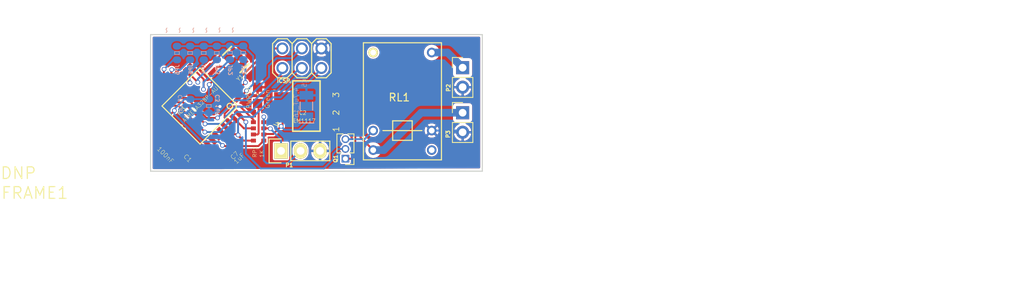
<source format=kicad_pcb>
(kicad_pcb (version 4) (host pcbnew 4.0.2+dfsg1-stable)
  (layers (0 Top signal) (31 Bottom signal) (34 B.Paste user) (35 F.Paste user) (36 B.SilkS user) (37 F.SilkS user) (38 B.Mask user) (39 F.Mask user) (44 Edge.Cuts user))
  (net 0 "")
  (net 1 COM)
  (net 2 +5V)
  (net 3 /AREF)
  (net 4 /RESET)
  (net 5 /TX)
  (net 6 /N$2)
  (net 7 /N$1)
  (net 8 /D11/MOSI)
  (net 9 /D12/MISO)
  (net 10 /D13/SCK)
  (net 11 /D0/RX)
  (net 12 /D1/TX)
  (net 13 /N$3)
  (net 14 "Net-(P1-Pad2)")
  (net 15 VIN)
  (net 16 /D3)
  (net 17 /D4)
  (net 18 /D5)
  (net 19 /D6)
  (net 20 /D7)
  (net 21 /D8)
  (net 22 /D9)
  (net 23 /D2)
  (net 24 "Net-(P2-Pad1)")
  (net 25 "Net-(Q1-Pad3)")
  (module 2X03 (layer Top) (at 146.60372 99.187)
    (fp_text reference J4 (at -2.2352 3.3528) (layer F.SilkS) (effects (font (size 0.5 0.5) (thickness 0.061772)) (justify left bottom)))
    (fp_text value ~ (at -3.81 4.445) (layer F.SilkS) (effects (font (size 0.57912 0.57912) (thickness 0.046329)) (justify left bottom)))
    (fp_line (start -3.81 1.905) (end -3.175 2.54) (layer F.SilkS) (width 0.1524))
    (fp_line (start -1.905 2.54) (end -1.27 1.905) (layer F.SilkS) (width 0.1524))
    (fp_line (start -1.27 1.905) (end -0.635 2.54) (layer F.SilkS) (width 0.1524))
    (fp_line (start 0.635 2.54) (end 1.27 1.905) (layer F.SilkS) (width 0.1524))
    (fp_line (start -3.81 1.905) (end -3.81 -1.905) (layer F.SilkS) (width 0.1524))
    (fp_line (start -3.81 -1.905) (end -3.175 -2.54) (layer F.SilkS) (width 0.1524))
    (fp_line (start -3.175 -2.54) (end -1.905 -2.54) (layer F.SilkS) (width 0.1524))
    (fp_line (start -1.905 -2.54) (end -1.27 -1.905) (layer F.SilkS) (width 0.1524))
    (fp_line (start -1.27 -1.905) (end -0.635 -2.54) (layer F.SilkS) (width 0.1524))
    (fp_line (start -0.635 -2.54) (end 0.635 -2.54) (layer F.SilkS) (width 0.1524))
    (fp_line (start 0.635 -2.54) (end 1.27 -1.905) (layer F.SilkS) (width 0.1524))
    (fp_line (start -1.27 -1.905) (end -1.27 1.905) (layer F.SilkS) (width 0.1524))
    (fp_line (start 1.27 -1.905) (end 1.27 1.905) (layer F.SilkS) (width 0.1524))
    (fp_line (start -0.635 2.54) (end 0.635 2.54) (layer F.SilkS) (width 0.1524))
    (fp_line (start -3.175 2.54) (end -1.905 2.54) (layer F.SilkS) (width 0.1524))
    (fp_line (start 1.27 1.905) (end 1.905 2.54) (layer F.SilkS) (width 0.1524))
    (fp_line (start 3.175 2.54) (end 3.81 1.905) (layer F.SilkS) (width 0.1524))
    (fp_line (start 1.27 -1.905) (end 1.905 -2.54) (layer F.SilkS) (width 0.1524))
    (fp_line (start 1.905 -2.54) (end 3.175 -2.54) (layer F.SilkS) (width 0.1524))
    (fp_line (start 3.175 -2.54) (end 3.81 -1.905) (layer F.SilkS) (width 0.1524))
    (fp_line (start 3.81 -1.905) (end 3.81 1.905) (layer F.SilkS) (width 0.1524))
    (fp_line (start 1.905 2.54) (end 3.175 2.54) (layer F.SilkS) (width 0.1524))
    (pad 1 thru_hole circle (at -2.54 1.27) (size 1.55 1.55) (drill 1.016) (layers *.Cu *.Mask) (net 9 /D12/MISO))
    (pad 2 thru_hole circle (at -2.54 -1.27) (size 1.55 1.55) (drill 1.016) (layers *.Cu *.Mask) (net 2 +5V))
    (pad 3 thru_hole circle (at 0 1.27) (size 1.55 1.55) (drill 1.016) (layers *.Cu *.Mask) (net 10 /D13/SCK))
    (pad 4 thru_hole circle (at 0 -1.27) (size 1.55 1.55) (drill 1.016) (layers *.Cu *.Mask) (net 8 /D11/MOSI))
    (pad 5 thru_hole circle (at 2.54 1.27) (size 1.55 1.55) (drill 1.016) (layers *.Cu *.Mask) (net 4 /RESET))
    (pad 6 thru_hole circle (at 2.54 -1.27) (size 1.55 1.55) (drill 1.016) (layers *.Cu *.Mask) (net 1 COM))
  )
  (module TQFP32-08 (layer Top) (at 133.35 105.41 225)
    (fp_text reference IC3 (at 2.816208 0.962683 225) (layer F.SilkS) (effects (font (size 0.5 0.5) (thickness 0.061772)) (justify left bottom)))
    (fp_text value ATMEGA328P-AU (at 2.981445 -0.150868 225) (layer F.SilkS) (effects (font (size 0.5 0.5) (thickness 0.046329)) (justify left bottom)))
    (fp_circle (center -2.7432 -2.7432) (end -2.384 -2.7432) (layer F.SilkS) (width 0.1524))
    (fp_line (start 3.505 -3.505) (end 3.505 3.505) (layer F.SilkS) (width 0.1524))
    (fp_line (start 3.505 3.505) (end -3.505 3.505) (layer F.SilkS) (width 0.1524))
    (fp_line (start -3.505 3.505) (end -3.505 -3.15) (layer F.SilkS) (width 0.1524))
    (fp_line (start -3.15 -3.505) (end 3.505 -3.505) (layer F.SilkS) (width 0.1524))
    (fp_line (start -3.15 -3.505) (end -3.505 -3.15) (layer F.SilkS) (width 0.1524))
    (pad 1 smd rect (at -4.2926 -2.8 225) (size 1.27 0.5588) (layers Top F.Paste F.Mask) (net 16 /D3))
    (pad 2 smd rect (at -4.2926 -2 225) (size 1.27 0.5588) (layers Top F.Paste F.Mask) (net 17 /D4))
    (pad 3 smd rect (at -4.2926 -1.2 225) (size 1.27 0.5588) (layers Top F.Paste F.Mask) (net 1 COM))
    (pad 4 smd rect (at -4.2926 -0.4 225) (size 1.27 0.5588) (layers Top F.Paste F.Mask) (net 2 +5V))
    (pad 5 smd rect (at -4.2926 0.4 225) (size 1.27 0.5588) (layers Top F.Paste F.Mask) (net 1 COM))
    (pad 6 smd rect (at -4.2926 1.2 225) (size 1.27 0.5588) (layers Top F.Paste F.Mask) (net 2 +5V))
    (pad 7 smd rect (at -4.2926 2 225) (size 1.27 0.5588) (layers Top F.Paste F.Mask) (net 6 /N$2))
    (pad 8 smd rect (at -4.2926 2.8 225) (size 1.27 0.5588) (layers Top F.Paste F.Mask) (net 7 /N$1))
    (pad 9 smd rect (at -2.8 4.2926 225) (size 0.5588 1.27) (layers Top F.Paste F.Mask) (net 18 /D5))
    (pad 10 smd rect (at -2 4.2926 225) (size 0.5588 1.27) (layers Top F.Paste F.Mask) (net 19 /D6))
    (pad 11 smd rect (at -1.2 4.2926 225) (size 0.5588 1.27) (layers Top F.Paste F.Mask) (net 20 /D7))
    (pad 12 smd rect (at -0.4 4.2926 225) (size 0.5588 1.27) (layers Top F.Paste F.Mask) (net 21 /D8))
    (pad 13 smd rect (at 0.4 4.2926 225) (size 0.5588 1.27) (layers Top F.Paste F.Mask) (net 22 /D9))
    (pad 14 smd rect (at 1.2 4.2926 225) (size 0.5588 1.27) (layers Top F.Paste F.Mask))
    (pad 15 smd rect (at 2 4.2926 225) (size 0.5588 1.27) (layers Top F.Paste F.Mask) (net 8 /D11/MOSI))
    (pad 16 smd rect (at 2.8 4.2926 225) (size 0.5588 1.27) (layers Top F.Paste F.Mask) (net 9 /D12/MISO))
    (pad 17 smd rect (at 4.2926 2.8 225) (size 1.27 0.5588) (layers Top F.Paste F.Mask) (net 10 /D13/SCK))
    (pad 18 smd rect (at 4.2926 2 225) (size 1.27 0.5588) (layers Top F.Paste F.Mask) (net 2 +5V))
    (pad 19 smd rect (at 4.2926 1.2 225) (size 1.27 0.5588) (layers Top F.Paste F.Mask))
    (pad 20 smd rect (at 4.2926 0.4 225) (size 1.27 0.5588) (layers Top F.Paste F.Mask) (net 3 /AREF))
    (pad 21 smd rect (at 4.2926 -0.4 225) (size 1.27 0.5588) (layers Top F.Paste F.Mask) (net 1 COM))
    (pad 22 smd rect (at 4.2926 -1.2 225) (size 1.27 0.5588) (layers Top F.Paste F.Mask))
    (pad 23 smd rect (at 4.2926 -2 225) (size 1.27 0.5588) (layers Top F.Paste F.Mask))
    (pad 24 smd rect (at 4.2926 -2.8 225) (size 1.27 0.5588) (layers Top F.Paste F.Mask))
    (pad 25 smd rect (at 2.8 -4.2926 225) (size 0.5588 1.27) (layers Top F.Paste F.Mask))
    (pad 26 smd rect (at 2 -4.2926 225) (size 0.5588 1.27) (layers Top F.Paste F.Mask))
    (pad 27 smd rect (at 1.2 -4.2926 225) (size 0.5588 1.27) (layers Top F.Paste F.Mask))
    (pad 28 smd rect (at 0.4 -4.2926 225) (size 0.5588 1.27) (layers Top F.Paste F.Mask))
    (pad 29 smd rect (at -0.4 -4.2926 225) (size 0.5588 1.27) (layers Top F.Paste F.Mask) (net 4 /RESET))
    (pad 30 smd rect (at -1.2 -4.2926 225) (size 0.5588 1.27) (layers Top F.Paste F.Mask) (net 11 /D0/RX))
    (pad 31 smd rect (at -2 -4.2926 225) (size 0.5588 1.27) (layers Top F.Paste F.Mask) (net 12 /D1/TX))
    (pad 32 smd rect (at -2.8 -4.2926 225) (size 0.5588 1.27) (layers Top F.Paste F.Mask) (net 23 /D2))
  )
  (module LINEAR_SOT223 (layer Top) (at 147.193 105.41 90)
    (fp_text reference IC2 (at -0.59436 0.0508 180) (layer F.SilkS) (effects (font (size 0.5 0.5) (thickness 0.061772)) (justify right top)))
    (fp_text value LM1117 (at -1.63068 1.22428 180) (layer F.SilkS) (effects (font (size 0.5 0.5) (thickness 0.061772)) (justify right top)))
    (fp_line (start 3.2766 -1.778) (end 3.2766 1.778) (layer F.SilkS) (width 0.2032))
    (fp_line (start 3.2766 1.778) (end -3.2766 1.778) (layer F.SilkS) (width 0.2032))
    (fp_line (start -3.2766 1.778) (end -3.2766 -1.778) (layer F.SilkS) (width 0.2032))
    (fp_line (start -3.2766 -1.778) (end 3.2766 -1.778) (layer F.SilkS) (width 0.2032))
    (fp_text user 3 (at 1.0208 4.318 90) (layer F.SilkS) (effects (font (size 0.77216 0.77216) (thickness 0.097536)) (justify left bottom)))
    (fp_text user 4 (at -2.77368 -3.35788 90) (layer F.SilkS) (effects (font (size 0.77216 0.77216) (thickness 0.097536)) (justify left bottom)))
    (fp_text user 1 (at -3.4526 4.318 90) (layer F.SilkS) (effects (font (size 0.77216 0.77216) (thickness 0.097536)) (justify left bottom)))
    (fp_text user 2 (at -1.2906 4.3274 90) (layer F.SilkS) (effects (font (size 0.77216 0.77216) (thickness 0.097536)) (justify left bottom)))
    (pad 1 smd rect (at -2.3114 3.0988 90) (size 1.2192 2.2352) (layers Top F.Paste F.Mask) (net 1 COM))
    (pad 2 smd rect (at 0 3.0988 90) (size 1.2192 2.2352) (layers Top F.Paste F.Mask) (net 2 +5V))
    (pad 3 smd rect (at 2.3114 3.0988 90) (size 1.2192 2.2352) (layers Top F.Paste F.Mask) (net 15 VIN))
    (pad 4 smd rect (at 0 -3.099 90) (size 3.6 2.2) (layers Top F.Paste F.Mask) (net 2 +5V))
  )
  (module Pin_Headers:Pin_Header_Straight_1x02_Pitch2.54mm (layer Top) (at 167.52824 100.41636)
    (fp_text reference P2 (at -1.84404 2.62636 90) (layer F.SilkS) (effects (font (size 0.5 0.5) (thickness 0.125))))
    (fp_text value OUT)
    (fp_line (start -1.33 3.87) (end 1.33 3.87) (layer F.SilkS) (width 0.12))
    (fp_line (start -1.33 1.27) (end -1.33 3.87) (layer F.SilkS) (width 0.12))
    (fp_line (start 1.33 1.27) (end 1.33 3.87) (layer F.SilkS) (width 0.12))
    (fp_line (start -1.33 1.27) (end 1.33 1.27) (layer F.SilkS) (width 0.12))
    (fp_line (start -1.33 0) (end -1.33 -1.33) (layer F.SilkS) (width 0.12))
    (fp_line (start -1.33 -1.33) (end 0 -1.33) (layer F.SilkS) (width 0.12))
    (pad 1 thru_hole rect (at 0 0) (size 1.7 1.7) (drill 1) (layers *.Cu *.Mask) (net 24 "Net-(P2-Pad1)"))
    (pad 2 thru_hole oval (at 0 2.54) (size 1.7 1.7) (drill 1) (layers *.Cu *.Mask) (net 1 COM))
  )
  (module C0603-ROUND (layer Top) (at 129.794 110.998 315)
    (fp_text reference C1 (at 2.830577 -0.85492 495) (layer F.SilkS) (effects (font (size 0.57912 0.57912) (thickness 0.046329)) (justify right top)))
    (fp_text value 100nF (at 1.257236 0.898026 315) (layer F.SilkS) (effects (font (size 0.57912 0.57912) (thickness 0.046329)) (justify right top)))
    (pad 1 smd oval (at -0.889 0 45) (size 1.1 0.8984) (layers Top F.Paste F.Mask) (net 3 /AREF))
    (pad 2 smd oval (at 0.889 0 45) (size 1.1 0.8984) (layers Top F.Paste F.Mask) (net 1 COM))
  )
  (module CAY16 (layer Top) (at 140.97 108.712 270)
    (fp_text reference RP1 (at 3.42392 0.19812 270) (layer F.SilkS) (effects (font (size 0.5 0.5) (thickness 0.046329)) (justify left bottom)))
    (fp_text value 1K (at 2.3876 -0.12192 270) (layer F.SilkS) (effects (font (size 0.5 0.5) (thickness 0.046329)) (justify right top)))
    (pad 1 smd rect (at -1.2 0.675 270) (size 0.5 0.65) (layers Top F.Paste F.Mask) (net 11 /D0/RX))
    (pad 2 smd rect (at -0.4 0.675 270) (size 0.5 0.65) (layers Top F.Paste F.Mask) (net 12 /D1/TX))
    (pad 3 smd rect (at 0.4 0.675 270) (size 0.5 0.65) (layers Top F.Paste F.Mask) (net 13 /N$3))
    (pad 4 smd rect (at 1.2 0.675 270) (size 0.5 0.65) (layers Top F.Paste F.Mask) (net 4 /RESET))
    (pad 5 smd rect (at 1.2 -0.675 270) (size 0.5 0.65) (layers Top F.Paste F.Mask) (net 2 +5V))
    (pad 6 smd rect (at 0.4 -0.675 270) (size 0.5 0.65) (layers Top F.Paste F.Mask) (net 2 +5V))
    (pad 7 smd rect (at -0.4 -0.675 270) (size 0.5 0.65) (layers Top F.Paste F.Mask) (net 5 /TX))
    (pad 8 smd rect (at -1.2 -0.675 270) (size 0.5 0.65) (layers Top F.Paste F.Mask) (net 14 "Net-(P1-Pad2)"))
  )
  (module RESONATOR (layer Top) (at 137.9982 99.35464 135)
    (fp_text reference Y1 (at -2.352827 -1.799643 225) (layer F.SilkS) (effects (font (size 0.5 0.5) (thickness 0.061772)) (justify left bottom)))
    (fp_text value 16MHz (at -2.270209 -0.811815 225) (layer F.SilkS) (effects (font (size 0.33782 0.33782) (thickness 0.027025)) (justify left bottom)))
    (fp_line (start -1.6 -0.8) (end -1.6 0.8) (layer F.SilkS) (width 0.22))
    (fp_line (start 1.6 -0.8) (end 1.6 0.8) (layer F.SilkS) (width 0.22))
    (pad 1 smd rect (at -1 0 225) (size 2 0.7) (layers Top F.Paste F.Mask) (net 6 /N$2))
    (pad 2 smd rect (at 0 0 225) (size 2 0.7) (layers Top F.Paste F.Mask) (net 1 COM))
    (pad 3 smd rect (at 1 0 225) (size 2 0.7) (layers Top F.Paste F.Mask) (net 7 /N$1))
  )
  (module TAN-A (layer Bottom) (at 147.193 106.807 90)
    (fp_text reference C5 (at 4.99364 0.08128 90) (layer B.SilkS) (effects (font (size 0.57912 0.57912) (thickness 0.046329)) (justify left bottom mirror)))
    (fp_text value 4,7uF_16V (at -0.6604 -1.651 90) (layer B.SilkS) (effects (font (size 0.57912 0.57912) (thickness 0.046329)) (justify right top mirror)))
    (fp_line (start 0.8636 0.8128) (end 1.9304 0.8128) (layer B.SilkS) (width 0.127))
    (fp_line (start 0.8636 -0.8128) (end 1.9304 -0.8128) (layer B.SilkS) (width 0.127))
    (fp_line (start -0.8128 0.9652) (end -0.8128 -0.9652) (layer B.SilkS) (width 0.127))
    (pad 1 smd rect (at 0 0 90) (size 1.1176 1.778) (layers Bottom B.Paste B.Mask) (net 2 +5V))
    (pad 2 smd rect (at 2.794 0 90) (size 1.1176 1.778) (layers Bottom B.Paste B.Mask) (net 1 COM))
  )
  (module CHIPLED_0805 (layer Top) (at 140.843 104.013)
    (fp_text reference PWR56 (at -1.46812 -1.1938 270) (layer F.SilkS) (effects (font (size 0.57912 0.57912) (thickness 0.046329)) (justify right top)))
    (fp_text value Green (at 1.61544 1.7526 90) (layer F.SilkS) (effects (font (size 0.57912 0.57912) (thickness 0.046329)) (justify left bottom)))
    (fp_poly (pts (xy -0.1 0) (xy 0.1 0) (xy 0.1 -0.2) (xy -0.1 -0.2)) (layer F.SilkS) (width 0))
    (pad A smd rect (at 0 1.05) (size 1.2 1.2) (layers Top F.Paste F.Mask) (net 13 /N$3))
    (pad C smd rect (at 0 -1.05) (size 1.2 1.2) (layers Top F.Paste F.Mask) (net 1 COM))
  )
  (module C0603-ROUND (layer Top) (at 136.906 111.252 225)
    (fp_text reference C7 (at 0.35921 -1.436841 405) (layer F.SilkS) (effects (font (size 0.57912 0.57912) (thickness 0.046329)) (justify left bottom)))
    (fp_text value 1uF (at 0.434644 -2.130117 405) (layer F.SilkS) (effects (font (size 0.57912 0.57912) (thickness 0.046329)) (justify left bottom)))
    (pad 1 smd oval (at -0.889 0 315) (size 1.1 0.8984) (layers Top F.Paste F.Mask) (net 2 +5V))
    (pad 2 smd oval (at 0.889 0 315) (size 1.1 0.8984) (layers Top F.Paste F.Mask) (net 1 COM))
  )
  (module C0603-ROUND (layer Bottom) (at 132.08 105.41 270)
    (fp_text reference C8 (at -1.524 1.016 270) (layer B.SilkS) (effects (font (size 0.5 0.5) (thickness 0.061772)) (justify left bottom mirror)))
    (fp_text value 1uF (at -0.254 1.016 450) (layer B.SilkS) (effects (font (size 0.5 0.5) (thickness 0.061772)) (justify left bottom mirror)))
    (pad 1 smd oval (at -0.889 0 180) (size 1.1 0.8984) (layers Bottom B.Paste B.Mask) (net 2 +5V))
    (pad 2 smd oval (at 0.889 0 180) (size 1.1 0.8984) (layers Bottom B.Paste B.Mask) (net 1 COM))
  )
  (module FRAME (layer Top) (at 108.8771 112.7506)
    (fp_text reference FRAME1 (at 2.9591 3.97764) (layer F.SilkS))
    (fp_text value DNP (at 0.8255 1.397) (layer F.SilkS))
  )
  (module Pin_Headers:Pin_Header_Straight_1x03 (layer Top) (at 143.891 111.252 90)
    (fp_text reference P1 (at -1.84912 1.07188 180) (layer F.SilkS) (effects (font (size 0.5 0.5) (thickness 0.125))))
    (fp_text value TTL)
    (fp_line (start -1.27 1.27) (end -1.27 6.35) (layer F.SilkS) (width 0.15))
    (fp_line (start -1.27 6.35) (end 1.27 6.35) (layer F.SilkS) (width 0.15))
    (fp_line (start 1.27 6.35) (end 1.27 1.27) (layer F.SilkS) (width 0.15))
    (fp_line (start 1.55 -1.55) (end 1.55 0) (layer F.SilkS) (width 0.15))
    (fp_line (start 1.27 1.27) (end -1.27 1.27) (layer F.SilkS) (width 0.15))
    (fp_line (start -1.55 0) (end -1.55 -1.55) (layer F.SilkS) (width 0.15))
    (fp_line (start -1.55 -1.55) (end 1.55 -1.55) (layer F.SilkS) (width 0.15))
    (pad 1 thru_hole rect (at 0 0 90) (size 2.032 1.7272) (drill 1.016) (layers *.Cu *.Mask F.SilkS) (net 5 /TX))
    (pad 2 thru_hole oval (at 0 2.54 90) (size 2.032 1.7272) (drill 1.016) (layers *.Cu *.Mask F.SilkS) (net 14 "Net-(P1-Pad2)"))
    (pad 3 thru_hole oval (at 0 5.08 90) (size 2.032 1.7272) (drill 1.016) (layers *.Cu *.Mask F.SilkS) (net 1 COM))
  )
  (module C0603-ROUND (layer Bottom) (at 135.5344 98.5012 90)
    (fp_text reference JP3 (at -2.12344 0.12192 90) (layer B.SilkS) (effects (font (size 0.5 0.5) (thickness 0.1016)) (justify mirror)))
    (fp_text value ~ (at 2.921 -1.397 90) (layer B.SilkS) (effects (font (size 1.27 1.27) (thickness 0.1016)) (justify mirror)))
    (fp_line (start -0.19812 -0.29972) (end 0.19812 -0.29972) (layer B.SilkS) (width 0.06604))
    (fp_line (start 0.19812 -0.29972) (end 0.19812 0.29972) (layer B.SilkS) (width 0.06604))
    (fp_line (start -0.19812 0.29972) (end 0.19812 0.29972) (layer B.SilkS) (width 0.06604))
    (fp_line (start -0.19812 -0.29972) (end -0.19812 0.29972) (layer B.SilkS) (width 0.06604))
    (pad 1 smd oval (at -0.889 0) (size 1.09982 0.89662) (layers Bottom B.Paste B.Mask) (net 19 /D6))
    (pad 2 smd oval (at 0.88646 0) (size 1.09982 0.89662) (layers Bottom B.Paste B.Mask) (net 16 /D3))
  )
  (module C0603-ROUND (layer Bottom) (at 133.8326 98.5012 90)
    (fp_text reference JP4 (at -2.06248 0.01524 90) (layer B.SilkS) (effects (font (size 0.5 0.5) (thickness 0.1016)) (justify mirror)))
    (fp_text value ~ (at 2.921 -1.397 90) (layer B.SilkS) (effects (font (size 1.27 1.27) (thickness 0.1016)) (justify mirror)))
    (fp_line (start -0.19812 -0.29972) (end 0.19812 -0.29972) (layer B.SilkS) (width 0.06604))
    (fp_line (start 0.19812 -0.29972) (end 0.19812 0.29972) (layer B.SilkS) (width 0.06604))
    (fp_line (start -0.19812 0.29972) (end 0.19812 0.29972) (layer B.SilkS) (width 0.06604))
    (fp_line (start -0.19812 -0.29972) (end -0.19812 0.29972) (layer B.SilkS) (width 0.06604))
    (pad 1 smd oval (at -0.889 0) (size 1.09982 0.89662) (layers Bottom B.Paste B.Mask) (net 20 /D7))
    (pad 2 smd oval (at 0.88646 0) (size 1.09982 0.89662) (layers Bottom B.Paste B.Mask) (net 16 /D3))
  )
  (module C0603-ROUND (layer Bottom) (at 132.0546 98.5012 90)
    (fp_text reference JP5 (at -2.12344 0.10668 90) (layer B.SilkS) (effects (font (size 0.5 0.5) (thickness 0.1016)) (justify mirror)))
    (fp_text value ~ (at 2.921 -1.397 90) (layer B.SilkS) (effects (font (size 1.27 1.27) (thickness 0.1016)) (justify mirror)))
    (fp_line (start -0.19812 -0.29972) (end 0.19812 -0.29972) (layer B.SilkS) (width 0.06604))
    (fp_line (start 0.19812 -0.29972) (end 0.19812 0.29972) (layer B.SilkS) (width 0.06604))
    (fp_line (start -0.19812 0.29972) (end 0.19812 0.29972) (layer B.SilkS) (width 0.06604))
    (fp_line (start -0.19812 -0.29972) (end -0.19812 0.29972) (layer B.SilkS) (width 0.06604))
    (pad 1 smd oval (at -0.889 0) (size 1.09982 0.89662) (layers Bottom B.Paste B.Mask) (net 21 /D8))
    (pad 2 smd oval (at 0.88646 0) (size 1.09982 0.89662) (layers Bottom B.Paste B.Mask) (net 16 /D3))
  )
  (module C0603-ROUND (layer Bottom) (at 130.34772 98.50628 90)
    (fp_text reference JP6 (at -2.17932 0.04572 90) (layer B.SilkS) (effects (font (size 0.5 0.5) (thickness 0.1016)) (justify mirror)))
    (fp_text value ~ (at 2.921 -1.397 90) (layer B.SilkS) (effects (font (size 1.27 1.27) (thickness 0.1016)) (justify mirror)))
    (fp_line (start -0.19812 -0.29972) (end 0.19812 -0.29972) (layer B.SilkS) (width 0.06604))
    (fp_line (start 0.19812 -0.29972) (end 0.19812 0.29972) (layer B.SilkS) (width 0.06604))
    (fp_line (start -0.19812 0.29972) (end 0.19812 0.29972) (layer B.SilkS) (width 0.06604))
    (fp_line (start -0.19812 -0.29972) (end -0.19812 0.29972) (layer B.SilkS) (width 0.06604))
    (pad 1 smd oval (at -0.889 0) (size 1.09982 0.89662) (layers Bottom B.Paste B.Mask) (net 22 /D9))
    (pad 2 smd oval (at 0.88646 0) (size 1.09982 0.89662) (layers Bottom B.Paste B.Mask) (net 16 /D3))
  )
  (module Pin_Headers:Pin_Header_Straight_1x02_Pitch2.54mm (layer Top) (at 167.52824 106.28376)
    (fp_text reference P3 (at -1.89992 2.794 90) (layer F.SilkS) (effects (font (size 0.5 0.5) (thickness 0.125))))
    (fp_text value INPUT)
    (fp_line (start -1.33 3.87) (end 1.33 3.87) (layer F.SilkS) (width 0.12))
    (fp_line (start -1.33 1.27) (end -1.33 3.87) (layer F.SilkS) (width 0.12))
    (fp_line (start 1.33 1.27) (end 1.33 3.87) (layer F.SilkS) (width 0.12))
    (fp_line (start -1.33 1.27) (end 1.33 1.27) (layer F.SilkS) (width 0.12))
    (fp_line (start -1.33 0) (end -1.33 -1.33) (layer F.SilkS) (width 0.12))
    (fp_line (start -1.33 -1.33) (end 0 -1.33) (layer F.SilkS) (width 0.12))
    (pad 1 thru_hole rect (at 0 0) (size 1.7 1.7) (drill 1) (layers *.Cu *.Mask) (net 15 VIN))
    (pad 2 thru_hole oval (at 0 2.54) (size 1.7 1.7) (drill 1) (layers *.Cu *.Mask) (net 1 COM))
  )
  (module Pin_Headers:Pin_Header_Straight_1x03_Pitch1.27mm (layer Top) (at 152.273 112.268 180)
    (fp_text reference Q1 (at 1.27 0 270) (layer F.SilkS) (effects (font (size 0.5 0.5) (thickness 0.125))))
    (fp_text value BC237)
    (fp_line (start -1.11 3.235) (end -0.30753 3.235) (layer F.SilkS) (width 0.12))
    (fp_line (start 0.30753 3.235) (end 1.11 3.235) (layer F.SilkS) (width 0.12))
    (fp_line (start -1.11 0.76) (end -1.11 3.235) (layer F.SilkS) (width 0.12))
    (fp_line (start 1.11 0.76) (end 1.11 3.235) (layer F.SilkS) (width 0.12))
    (fp_line (start -1.11 0.76) (end -0.563471 0.76) (layer F.SilkS) (width 0.12))
    (fp_line (start 0.563471 0.76) (end 1.11 0.76) (layer F.SilkS) (width 0.12))
    (fp_line (start -1.11 0) (end -1.11 -0.76) (layer F.SilkS) (width 0.12))
    (fp_line (start -1.11 -0.76) (end 0 -0.76) (layer F.SilkS) (width 0.12))
    (pad 1 thru_hole rect (at 0 0 180) (size 1 1) (drill 0.65) (layers *.Cu *.Mask) (net 2 +5V))
    (pad 2 thru_hole oval (at 0 1.27 180) (size 1 1) (drill 0.65) (layers *.Cu *.Mask) (net 23 /D2))
    (pad 3 thru_hole oval (at 0 2.54 180) (size 1 1) (drill 0.65) (layers *.Cu *.Mask) (net 25 "Net-(Q1-Pad3)"))
  )
  (module C0603-ROUND (layer Bottom) (at 134.493 105.41 270)
    (fp_text reference C3 (at -1.016 -1.143 270) (layer B.SilkS) (effects (font (size 0.5 0.5) (thickness 0.1016)) (justify mirror)))
    (fp_text value 1uF (at 0.508 -1.143 450) (layer B.SilkS) (effects (font (size 0.5 0.5) (thickness 0.1016)) (justify mirror)))
    (fp_line (start -0.19812 -0.29972) (end 0.19812 -0.29972) (layer B.SilkS) (width 0.06604))
    (fp_line (start 0.19812 -0.29972) (end 0.19812 0.29972) (layer B.SilkS) (width 0.06604))
    (fp_line (start -0.19812 0.29972) (end 0.19812 0.29972) (layer B.SilkS) (width 0.06604))
    (fp_line (start -0.19812 -0.29972) (end -0.19812 0.29972) (layer B.SilkS) (width 0.06604))
    (pad 1 smd oval (at -0.889 0 180) (size 1.09982 0.89662) (layers Bottom B.Paste B.Mask) (net 2 +5V))
    (pad 2 smd oval (at 0.88646 0 180) (size 1.09982 0.89662) (layers Bottom B.Paste B.Mask) (net 1 COM))
  )
  (module C0603-ROUND (layer Bottom) (at 138.96848 98.47072 90)
    (fp_text reference JP1 (at -2.19456 0.08128 90) (layer B.SilkS) (effects (font (size 0.5 0.5) (thickness 0.1016)) (justify mirror)))
    (fp_text value ~ (at 2.921 -1.397 90) (layer B.SilkS) (effects (font (size 1.27 1.27) (thickness 0.1016)) (justify mirror)))
    (fp_line (start -0.19812 -0.29972) (end 0.19812 -0.29972) (layer B.SilkS) (width 0.06604))
    (fp_line (start 0.19812 -0.29972) (end 0.19812 0.29972) (layer B.SilkS) (width 0.06604))
    (fp_line (start -0.19812 0.29972) (end 0.19812 0.29972) (layer B.SilkS) (width 0.06604))
    (fp_line (start -0.19812 -0.29972) (end -0.19812 0.29972) (layer B.SilkS) (width 0.06604))
    (pad 1 smd oval (at -0.889 0) (size 1.09982 0.89662) (layers Bottom B.Paste B.Mask) (net 17 /D4))
    (pad 2 smd oval (at 0.88646 0) (size 1.09982 0.89662) (layers Bottom B.Paste B.Mask) (net 16 /D3))
  )
  (module C0603-ROUND (layer Bottom) (at 137.24128 98.47072 90)
    (fp_text reference JP2 (at -2.27584 0.08128 90) (layer B.SilkS) (effects (font (size 0.5 0.5) (thickness 0.1016)) (justify mirror)))
    (fp_text value ~ (at 2.921 -1.397 90) (layer B.SilkS) (effects (font (size 1.27 1.27) (thickness 0.1016)) (justify mirror)))
    (fp_line (start -0.19812 -0.29972) (end 0.19812 -0.29972) (layer B.SilkS) (width 0.06604))
    (fp_line (start 0.19812 -0.29972) (end 0.19812 0.29972) (layer B.SilkS) (width 0.06604))
    (fp_line (start -0.19812 0.29972) (end 0.19812 0.29972) (layer B.SilkS) (width 0.06604))
    (fp_line (start -0.19812 -0.29972) (end -0.19812 0.29972) (layer B.SilkS) (width 0.06604))
    (pad 1 smd oval (at -0.889 0) (size 1.09982 0.89662) (layers Bottom B.Paste B.Mask) (net 18 /D5))
    (pad 2 smd oval (at 0.88646 0) (size 1.09982 0.89662) (layers Bottom B.Paste B.Mask) (net 16 /D3))
  )
  (module autoSwitch:Relay_HK4100F (layer Top) (at 163.50488 111.14532 90)
    (fp_text reference RL1 (at 6.85292 -4.22148 180) (layer F.SilkS))
    (fp_text value ~)
    (fp_line (start 1.27 -5.08) (end 3.81 -5.08) (layer F.SilkS) (width 0.15))
    (fp_line (start 3.81 -5.08) (end 3.81 -2.54) (layer F.SilkS) (width 0.15))
    (fp_line (start 3.81 -2.54) (end 1.27 -2.54) (layer F.SilkS) (width 0.15))
    (fp_line (start 1.27 -2.54) (end 1.27 -5.08) (layer F.SilkS) (width 0.15))
    (fp_line (start 2.54 -6.35) (end 2.54 -1.27) (layer F.SilkS) (width 0.15))
    (fp_line (start -1.27 -8.89) (end 13.97 -8.89) (layer F.SilkS) (width 0.15))
    (fp_line (start 13.97 -8.89) (end 13.97 1.27) (layer F.SilkS) (width 0.15))
    (fp_line (start 13.97 1.27) (end -1.27 1.27) (layer F.SilkS) (width 0.15))
    (fp_line (start -1.27 1.27) (end -1.27 -8.89) (layer F.SilkS) (width 0.15))
    (pad 11 thru_hole circle (at 12.7 0 90) (size 1.25 1.25) (drill 0.762) (layers *.Cu *.Mask) (net 24 "Net-(P2-Pad1)"))
    (pad A2 thru_hole circle (at 2.54 0 90) (size 1.25 1.25) (drill 0.762) (layers *.Cu *.Mask) (net 1 COM))
    (pad 12 thru_hole circle (at 0 -7.62 90) (size 1.25 1.25) (drill 0.762) (layers *.Cu *.Mask) (net 15 VIN))
    (pad 14 thru_hole circle (at 0 0 90) (size 1.25 1.25) (drill 0.762) (layers *.Cu *.Mask))
    (pad A1 thru_hole circle (at 2.54 -7.62 90) (size 1.25 1.25) (drill 0.762) (layers *.Cu *.Mask) (net 25 "Net-(Q1-Pad3)"))
    (pad 10 thru_hole circle (at 12.7 -7.62 90) (size 1.25 1.25) (drill 0.762) (layers *.Cu *.Mask F.SilkS))
  )
  (gr_line (start 126.9111 96.1136) (end 126.9111 113.8936) (layer Edge.Cuts) (width 0.15))
  (gr_line (start 126.9111 113.8936) (end 170.0911 113.8936) (layer Edge.Cuts) (width 0.15))
  (gr_line (start 170.0911 113.8936) (end 170.0911 96.1136) (layer Edge.Cuts) (width 0.15))
  (gr_line (start 170.0911 96.1136) (end 126.9111 96.1136) (layer Edge.Cuts) (width 0.15))
  (gr_text ICSP (at 143.27632 102.42804) (layer F.SilkS) (effects (font (size 0.5 0.5) (thickness 0.12192)) (justify left bottom)))
  (segment (start 149.14372 97.917) (end 149.46884 97.917) (width 0.25) (layer Bottom) (net 1))
  (segment (start 149.46884 97.917) (end 150.51532 98.96348) (width 0.25) (layer Bottom) (net 1))
  (segment (start 150.51532 101.95052) (end 148.45284 104.013) (width 0.25) (layer Bottom) (net 1))
  (segment (start 150.51532 98.96348) (end 150.51532 101.95052) (width 0.25) (layer Bottom) (net 1))
  (segment (start 137.9982 99.35464) (end 137.9982 99.31908) (width 0.25) (layer Top) (net 1))
  (segment (start 137.9982 99.31908) (end 138.80592 98.51136) (width 0.25) (layer Top) (net 1))
  (segment (start 138.80592 98.51136) (end 140.1064 98.51136) (width 0.25) (layer Top) (net 1))
  (segment (start 140.1064 98.51136) (end 141.91488 96.70288) (width 0.25) (layer Top) (net 1))
  (segment (start 141.91488 96.70288) (end 147.9296 96.70288) (width 0.25) (layer Top) (net 1))
  (segment (start 147.9296 96.70288) (end 149.14372 97.917) (width 0.25) (layer Top) (net 1))
  (segment (start 149.14372 97.917) (end 148.85924 97.917) (width 0.25) (layer Bottom) (net 1))
  (segment (start 130.422618 111.626618) (end 130.432778 111.626618) (width 0.25) (layer Top) (net 1))
  (segment (start 130.432778 111.626618) (end 131.12496 112.3188) (width 0.25) (layer Top) (net 1))
  (segment (start 131.12496 112.3188) (end 135.8392 112.3188) (width 0.25) (layer Top) (net 1))
  (segment (start 135.8392 112.3188) (end 136.277382 111.880618) (width 0.25) (layer Top) (net 1))
  (segment (start 132.08 106.299) (end 134.49046 106.299) (width 0.25) (layer Bottom) (net 1))
  (segment (start 134.49046 106.299) (end 134.493 106.29646) (width 0.25) (layer Bottom) (net 1))
  (segment (start 136.102484 102.091831) (end 136.102484 102.098716) (width 0.25) (layer Top) (net 1))
  (segment (start 136.102484 102.098716) (end 135.45312 102.74808) (width 0.25) (layer Top) (net 1))
  (segment (start 135.45312 102.74808) (end 135.45312 103.57104) (width 0.25) (layer Top) (net 1))
  (segment (start 135.45312 103.57104) (end 135.9408 104.05872) (width 0.25) (layer Top) (net 1))
  (segment (start 135.9408 104.05872) (end 135.9408 105.47604) (width 0.25) (layer Top) (net 1))
  (via (at 135.9408 105.47604) (size 0.6) (drill 0.4) (layers Top Bottom) (net 1))
  (segment (start 135.9408 105.47604) (end 135.12038 106.29646) (width 0.25) (layer Bottom) (net 1))
  (segment (start 135.12038 106.29646) (end 134.493 106.29646) (width 0.25) (layer Bottom) (net 1))
  (segment (start 163.50488 108.60532) (end 167.3098 108.60532) (width 0.25) (layer Bottom) (net 1))
  (segment (start 167.3098 108.60532) (end 167.52824 108.82376) (width 0.25) (layer Bottom) (net 1))
  (segment (start 150.2918 107.7214) (end 150.2918 108.42244) (width 0.25) (layer Top) (net 1))
  (segment (start 148.971 109.74324) (end 148.971 111.252) (width 0.25) (layer Top) (net 1))
  (segment (start 150.2918 108.42244) (end 148.971 109.74324) (width 0.25) (layer Top) (net 1))
  (segment (start 147.193 104.013) (end 148.45284 104.013) (width 0.25) (layer Bottom) (net 1))
  (segment (start 148.971 104.53116) (end 148.971 111.252) (width 0.25) (layer Bottom) (net 1))
  (segment (start 148.45284 104.013) (end 148.971 104.53116) (width 0.25) (layer Bottom) (net 1))
  (segment (start 130.00736 106.00436) (end 130.00736 106.4768) (width 0.25) (layer Bottom) (net 2))
  (segment (start 135.7884 110.05312) (end 136.26592 110.53064) (width 0.25) (layer Bottom) (net 2))
  (segment (start 133.58368 110.05312) (end 135.7884 110.05312) (width 0.25) (layer Bottom) (net 2))
  (segment (start 130.00736 106.4768) (end 133.58368 110.05312) (width 0.25) (layer Bottom) (net 2))
  (segment (start 136.668169 102.657516) (end 136.668169 102.640471) (width 0.25) (layer Top) (net 2))
  (segment (start 136.668169 102.640471) (end 137.38352 101.92512) (width 0.25) (layer Top) (net 2))
  (segment (start 137.38352 101.92512) (end 138.36396 101.92512) (width 0.25) (layer Top) (net 2))
  (segment (start 138.36396 101.92512) (end 142.37208 97.917) (width 0.25) (layer Top) (net 2))
  (segment (start 142.37208 97.917) (end 144.06372 97.917) (width 0.25) (layer Top) (net 2))
  (segment (start 136.358662 110.623382) (end 137.534618 110.623382) (width 0.25) (layer Top) (net 2))
  (via (at 136.26592 110.53064) (size 0.6) (drill 0.4) (layers Top Bottom) (net 2))
  (segment (start 136.26592 110.53064) (end 136.358662 110.623382) (width 0.25) (layer Top) (net 2))
  (segment (start 134.493 104.521) (end 134.493 102.66172) (width 0.25) (layer Bottom) (net 2))
  (segment (start 134.53872 102.616) (end 135.536798 101.617922) (width 0.25) (layer Top) (net 2))
  (via (at 134.53872 102.616) (size 0.6) (drill 0.4) (layers Top Bottom) (net 2))
  (segment (start 134.493 102.66172) (end 134.53872 102.616) (width 0.25) (layer Bottom) (net 2))
  (segment (start 135.536798 101.617922) (end 135.536798 101.526145) (width 0.25) (layer Top) (net 2))
  (segment (start 132.08 104.521) (end 134.493 104.521) (width 0.25) (layer Bottom) (net 2))
  (segment (start 132.08 104.521) (end 131.2926 104.521) (width 0.25) (layer Bottom) (net 2))
  (segment (start 130.00736 106.00436) (end 128.980607 107.031113) (width 0.25) (layer Top) (net 2))
  (via (at 130.00736 106.00436) (size 0.6) (drill 0.4) (layers Top Bottom) (net 2))
  (segment (start 130.00736 105.80624) (end 130.00736 106.00436) (width 0.25) (layer Bottom) (net 2))
  (segment (start 131.2926 104.521) (end 130.00736 105.80624) (width 0.25) (layer Bottom) (net 2))
  (segment (start 128.980607 107.031113) (end 128.90046 107.031113) (width 0.25) (layer Top) (net 2))
  (segment (start 150.2918 105.41) (end 151.11984 105.41) (width 0.25) (layer Top) (net 2))
  (segment (start 151.11984 105.41) (end 153.55824 107.8484) (width 0.25) (layer Top) (net 2))
  (segment (start 153.1366 112.268) (end 152.273 112.268) (width 0.25) (layer Top) (net 2))
  (segment (start 153.55824 111.84636) (end 153.1366 112.268) (width 0.25) (layer Top) (net 2))
  (segment (start 153.55824 107.8484) (end 153.55824 111.84636) (width 0.25) (layer Top) (net 2))
  (segment (start 147.193 106.807) (end 147.193 107.51312) (width 0.25) (layer Bottom) (net 2))
  (segment (start 143.90116 108.0516) (end 143.88592 108.0516) (width 0.25) (layer Top) (net 2))
  (segment (start 143.90624 108.04652) (end 143.90116 108.0516) (width 0.25) (layer Top) (net 2))
  (via (at 143.90624 108.04652) (size 0.6) (drill 0.4) (layers Top Bottom) (net 2))
  (segment (start 144.35328 108.49356) (end 143.90624 108.04652) (width 0.25) (layer Bottom) (net 2))
  (segment (start 146.21256 108.49356) (end 144.35328 108.49356) (width 0.25) (layer Bottom) (net 2))
  (segment (start 147.193 107.51312) (end 146.21256 108.49356) (width 0.25) (layer Bottom) (net 2))
  (segment (start 150.2918 105.41) (end 144.094 105.41) (width 0.25) (layer Top) (net 2))
  (segment (start 137.534618 110.623382) (end 140.933618 110.623382) (width 0.25) (layer Top) (net 2))
  (segment (start 140.933618 110.623382) (end 141.645 109.912) (width 0.25) (layer Top) (net 2))
  (segment (start 141.645 109.912) (end 141.645 109.112) (width 0.25) (layer Top) (net 2))
  (segment (start 141.645 109.112) (end 141.70464 109.05236) (width 0.25) (layer Top) (net 2))
  (segment (start 141.70464 109.05236) (end 142.88516 109.05236) (width 0.25) (layer Top) (net 2))
  (segment (start 142.88516 109.05236) (end 143.88592 108.0516) (width 0.25) (layer Top) (net 2))
  (segment (start 143.88592 108.0516) (end 144.094 107.84352) (width 0.25) (layer Top) (net 2))
  (segment (start 144.094 107.84352) (end 144.094 105.41) (width 0.25) (layer Top) (net 2))
  (segment (start 130.031831 108.162484) (end 130.003156 108.162484) (width 0.25) (layer Top) (net 3))
  (segment (start 130.003156 108.162484) (end 129.165382 109.000258) (width 0.25) (layer Top) (net 3))
  (segment (start 129.165382 109.000258) (end 129.165382 110.369382) (width 0.25) (layer Top) (net 3))
  (segment (start 138.66876 106.81716) (end 140.27404 106.81716) (width 0.25) (layer Bottom) (net 4))
  (segment (start 140.27404 106.81716) (end 140.451418 106.639782) (width 0.25) (layer Bottom) (net 4))
  (segment (start 149.14372 100.457) (end 149.14372 100.56876) (width 0.25) (layer Bottom) (net 4))
  (segment (start 149.14372 100.56876) (end 147.46224 102.25024) (width 0.25) (layer Bottom) (net 4))
  (segment (start 142.80896 104.28224) (end 140.451418 106.639782) (width 0.25) (layer Bottom) (net 4))
  (segment (start 143.84528 104.28224) (end 142.80896 104.28224) (width 0.25) (layer Bottom) (net 4))
  (segment (start 145.87728 102.25024) (end 143.84528 104.28224) (width 0.25) (layer Bottom) (net 4))
  (segment (start 147.46224 102.25024) (end 145.87728 102.25024) (width 0.25) (layer Bottom) (net 4))
  (segment (start 138.66876 106.81716) (end 138.29792 107.188) (width 0.25) (layer Bottom) (net 4))
  (segment (start 138.29792 107.188) (end 138.29792 109.17936) (width 0.25) (layer Bottom) (net 4))
  (via (at 138.29792 109.17936) (size 0.6) (drill 0.4) (layers Top Bottom) (net 4))
  (segment (start 138.29792 109.17936) (end 138.2776 109.19968) (width 0.25) (layer Top) (net 4))
  (segment (start 138.2776 109.19968) (end 138.29792 109.22) (width 0.25) (layer Top) (net 4))
  (segment (start 138.50112 109.41304) (end 138.49604 109.41812) (width 0.25) (layer Top) (net 4))
  (segment (start 138.49604 109.41812) (end 138.50112 109.41304) (width 0.25) (layer Top) (net 4))
  (segment (start 138.50112 109.41304) (end 138.50112 109.4232) (width 0.25) (layer Top) (net 4))
  (segment (start 140.295 109.912) (end 138.98992 109.912) (width 0.25) (layer Top) (net 4))
  (segment (start 137.583445 109.07776) (end 136.668169 108.162484) (width 0.25) (layer Top) (net 4))
  (segment (start 138.15568 109.07776) (end 137.583445 109.07776) (width 0.25) (layer Top) (net 4))
  (segment (start 138.98992 109.912) (end 138.50112 109.4232) (width 0.25) (layer Top) (net 4))
  (segment (start 138.50112 109.4232) (end 138.29792 109.22) (width 0.25) (layer Top) (net 4))
  (segment (start 138.29792 109.22) (end 138.15568 109.07776) (width 0.25) (layer Top) (net 4))
  (segment (start 143.891 111.252) (end 143.891 109.7534) (width 0.25) (layer Bottom) (net 5))
  (segment (start 142.4496 108.312) (end 141.645 108.312) (width 0.25) (layer Top) (net 5))
  (segment (start 142.50416 108.36656) (end 142.4496 108.312) (width 0.25) (layer Top) (net 5))
  (via (at 142.50416 108.36656) (size 0.6) (drill 0.4) (layers Top Bottom) (net 5))
  (segment (start 143.891 109.7534) (end 142.50416 108.36656) (width 0.25) (layer Bottom) (net 5))
  (segment (start 138.705307 100.061747) (end 138.705307 100.141053) (width 0.25) (layer Top) (net 6))
  (segment (start 138.705307 100.141053) (end 137.7442 101.10216) (width 0.25) (layer Top) (net 6))
  (segment (start 137.7442 101.10216) (end 137.2362 101.10216) (width 0.25) (layer Top) (net 6))
  (segment (start 137.2362 101.10216) (end 136.41324 100.2792) (width 0.25) (layer Top) (net 6))
  (segment (start 136.41324 100.2792) (end 135.652373 100.2792) (width 0.25) (layer Top) (net 6))
  (segment (start 135.652373 100.2792) (end 134.971113 100.96046) (width 0.25) (layer Top) (net 6))
  (segment (start 137.291093 98.647533) (end 136.152669 98.647533) (width 0.25) (layer Top) (net 7))
  (segment (start 136.152669 98.647533) (end 134.405428 100.394774) (width 0.25) (layer Top) (net 7))
  (segment (start 129.5527 104.34574) (end 130.76174 104.34574) (width 0.25) (layer Top) (net 8))
  (segment (start 130.76174 104.34574) (end 130.77444 104.35844) (width 0.25) (layer Top) (net 8))
  (segment (start 130.77444 104.35844) (end 131.5466 104.35844) (width 0.25) (layer Top) (net 8))
  (segment (start 143.31696 99.18192) (end 145.26768 99.18192) (width 0.25) (layer Bottom) (net 8))
  (segment (start 143.256 99.24288) (end 143.31696 99.18192) (width 0.25) (layer Bottom) (net 8))
  (segment (start 142.32636 101.00564) (end 142.32636 101.60508) (width 0.25) (layer Bottom) (net 8))
  (segment (start 140.22324 103.92156) (end 139.48156 104.66324) (width 0.25) (layer Bottom) (net 8))
  (segment (start 140.22324 103.7082) (end 140.22324 103.92156) (width 0.25) (layer Bottom) (net 8))
  (segment (start 142.32636 101.60508) (end 140.22324 103.7082) (width 0.25) (layer Bottom) (net 8))
  (segment (start 146.5326 97.917) (end 145.26768 99.18192) (width 0.25) (layer Bottom) (net 8))
  (segment (start 143.256 99.27336) (end 143.22044 99.27336) (width 0.25) (layer Bottom) (net 8))
  (segment (start 143.22044 99.27336) (end 142.32636 100.16744) (width 0.25) (layer Bottom) (net 8))
  (segment (start 142.32636 100.16744) (end 142.32636 101.00564) (width 0.25) (layer Bottom) (net 8))
  (segment (start 139.48156 104.66324) (end 137.91184 104.66324) (width 0.25) (layer Bottom) (net 8))
  (segment (start 137.91184 104.66324) (end 135.62076 106.95432) (width 0.25) (layer Bottom) (net 8))
  (via (at 135.62076 106.95432) (size 0.6) (drill 0.4) (layers Top Bottom) (net 8))
  (segment (start 143.256 99.27336) (end 143.256 99.24288) (width 0.25) (layer Bottom) (net 8))
  (segment (start 131.89712 104.66832) (end 134.18312 106.95432) (width 0.25) (layer Top) (net 8))
  (segment (start 134.18312 106.95432) (end 135.62076 106.95432) (width 0.25) (layer Top) (net 8))
  (segment (start 131.5466 104.35844) (end 131.89712 104.70896) (width 0.25) (layer Top) (net 8))
  (segment (start 131.89712 104.70896) (end 131.89712 104.66832) (width 0.25) (layer Top) (net 8))
  (segment (start 128.90046 103.788887) (end 128.995847 103.788887) (width 0.25) (layer Top) (net 8))
  (segment (start 128.995847 103.788887) (end 129.5527 104.34574) (width 0.25) (layer Top) (net 8))
  (segment (start 146.60372 97.917) (end 146.5326 97.917) (width 0.25) (layer Bottom) (net 8))
  (segment (start 129.427603 105.023283) (end 129.041523 105.023283) (width 0.25) (layer Top) (net 9))
  (segment (start 129.041523 105.023283) (end 128.9558 104.93756) (width 0.25) (layer Top) (net 9))
  (segment (start 131.04876 104.921683) (end 131.154803 104.921683) (width 0.25) (layer Top) (net 9))
  (segment (start 131.5974 105.36428) (end 131.5974 105.3338) (width 0.25) (layer Top) (net 9))
  (segment (start 131.154803 104.921683) (end 131.5974 105.36428) (width 0.25) (layer Top) (net 9))
  (segment (start 129.529203 104.921683) (end 131.04876 104.921683) (width 0.25) (layer Top) (net 9))
  (segment (start 128.917762 104.93756) (end 128.9558 104.93756) (width 0.25) (layer Top) (net 9))
  (segment (start 128.917762 104.93756) (end 128.334774 104.354572) (width 0.25) (layer Top) (net 9))
  (segment (start 129.427603 105.023283) (end 129.529203 104.921683) (width 0.25) (layer Top) (net 9))
  (segment (start 139.22756 105.50144) (end 139.60856 105.50144) (width 0.25) (layer Bottom) (net 9))
  (segment (start 141.29512 103.84536) (end 144.06372 101.07676) (width 0.25) (layer Bottom) (net 9))
  (segment (start 141.26464 103.84536) (end 141.29512 103.84536) (width 0.25) (layer Bottom) (net 9))
  (segment (start 139.60856 105.50144) (end 141.26464 103.84536) (width 0.25) (layer Bottom) (net 9))
  (segment (start 139.22756 105.50144) (end 137.9728 105.50144) (width 0.25) (layer Bottom) (net 9))
  (segment (start 136.652 107.188) (end 136.10336 107.73664) (width 0.25) (layer Bottom) (net 9))
  (segment (start 136.652 106.82224) (end 136.652 107.188) (width 0.25) (layer Bottom) (net 9))
  (segment (start 137.9728 105.50144) (end 136.652 106.82224) (width 0.25) (layer Bottom) (net 9))
  (segment (start 134.00024 107.73664) (end 131.5974 105.3338) (width 0.25) (layer Top) (net 9))
  (via (at 134.00024 107.73664) (size 0.6) (drill 0.4) (layers Top Bottom) (net 9))
  (segment (start 136.10336 107.73664) (end 134.00024 107.73664) (width 0.25) (layer Bottom) (net 9))
  (segment (start 144.06372 101.07676) (end 144.06372 100.457) (width 0.25) (layer Bottom) (net 9))
  (segment (start 129.715322 105.371962) (end 130.568762 105.371962) (width 0.25) (layer Top) (net 10))
  (segment (start 130.62204 105.42524) (end 130.62204 105.44556) (width 0.25) (layer Top) (net 10))
  (segment (start 130.568762 105.371962) (end 130.62204 105.42524) (width 0.25) (layer Top) (net 10))
  (segment (start 129.0066 105.793602) (end 129.293682 105.793602) (width 0.25) (layer Top) (net 10))
  (segment (start 129.293682 105.793602) (end 129.715322 105.371962) (width 0.25) (layer Top) (net 10))
  (segment (start 138.35126 106.18978) (end 138.12266 106.18978) (width 0.25) (layer Bottom) (net 10))
  (segment (start 137.55624 107.07116) (end 137.54608 107.08132) (width 0.25) (layer Bottom) (net 10))
  (segment (start 137.55624 106.7562) (end 137.55624 107.07116) (width 0.25) (layer Bottom) (net 10))
  (segment (start 138.12266 106.18978) (end 137.55624 106.7562) (width 0.25) (layer Bottom) (net 10))
  (segment (start 142.69212 103.46436) (end 143.3322 103.46436) (width 0.25) (layer Bottom) (net 10))
  (segment (start 143.3322 103.46436) (end 146.33956 100.457) (width 0.25) (layer Bottom) (net 10))
  (segment (start 139.51966 106.18978) (end 139.93114 106.18978) (width 0.25) (layer Bottom) (net 10))
  (segment (start 142.65656 103.46436) (end 142.69212 103.46436) (width 0.25) (layer Bottom) (net 10))
  (segment (start 139.93114 106.18978) (end 142.65656 103.46436) (width 0.25) (layer Bottom) (net 10))
  (segment (start 139.51966 106.18978) (end 138.35126 106.18978) (width 0.25) (layer Bottom) (net 10))
  (segment (start 137.54608 107.08132) (end 135.82904 108.79836) (width 0.25) (layer Bottom) (net 10))
  (segment (start 135.82904 108.79836) (end 133.97484 108.79836) (width 0.25) (layer Bottom) (net 10))
  (via (at 133.97484 108.79836) (size 0.6) (drill 0.4) (layers Top Bottom) (net 10))
  (segment (start 133.97484 108.79836) (end 130.62204 105.44556) (width 0.25) (layer Top) (net 10))
  (segment (start 146.33956 100.457) (end 146.60372 100.457) (width 0.25) (layer Bottom) (net 10))
  (segment (start 129.0066 105.793602) (end 128.334774 106.465428) (width 0.25) (layer Top) (net 10))
  (segment (start 146.60372 100.457) (end 146.39544 100.457) (width 0.25) (layer Bottom) (net 10))
  (segment (start 140.295 107.512) (end 140.295 107.19372) (width 0.25) (layer Top) (net 11))
  (segment (start 136.5504 106.913343) (end 137.233855 107.596798) (width 0.25) (layer Top) (net 11))
  (segment (start 136.5504 106.41584) (end 136.5504 106.913343) (width 0.25) (layer Top) (net 11))
  (segment (start 137.50544 105.4608) (end 136.5504 106.41584) (width 0.25) (layer Top) (net 11))
  (segment (start 138.56208 105.4608) (end 137.50544 105.4608) (width 0.25) (layer Top) (net 11))
  (segment (start 140.295 107.19372) (end 138.56208 105.4608) (width 0.25) (layer Top) (net 11))
  (segment (start 137.79954 107.031113) (end 137.79954 107.05538) (width 0.25) (layer Top) (net 12))
  (segment (start 137.79954 107.05538) (end 139.05616 108.312) (width 0.25) (layer Top) (net 12))
  (segment (start 139.05616 108.312) (end 140.295 108.312) (width 0.25) (layer Top) (net 12))
  (segment (start 140.295 109.112) (end 140.83924 109.112) (width 0.25) (layer Top) (net 13))
  (segment (start 140.97 108.98124) (end 140.97 105.19) (width 0.25) (layer Top) (net 13))
  (segment (start 140.83924 109.112) (end 140.97 108.98124) (width 0.25) (layer Top) (net 13))
  (segment (start 140.97 105.19) (end 140.843 105.063) (width 0.25) (layer Top) (net 13))
  (segment (start 146.431 111.252) (end 146.36496 111.252) (width 0.25) (layer Bottom) (net 14))
  (segment (start 146.36496 111.252) (end 144.75968 112.85728) (width 0.25) (layer Bottom) (net 14))
  (segment (start 144.75968 112.85728) (end 141.99616 112.85728) (width 0.25) (layer Bottom) (net 14))
  (segment (start 141.99616 112.85728) (end 141.65072 112.51184) (width 0.25) (layer Bottom) (net 14))
  (segment (start 141.65072 112.51184) (end 141.65072 106.82224) (width 0.25) (layer Bottom) (net 14))
  (via (at 141.65072 106.82224) (size 0.6) (drill 0.4) (layers Top Bottom) (net 14))
  (segment (start 141.65072 106.82224) (end 141.645 106.82796) (width 0.25) (layer Top) (net 14))
  (segment (start 141.645 106.82796) (end 141.645 107.512) (width 0.25) (layer Top) (net 14))
  (segment (start 155.88488 111.14532) (end 157.2768 111.14532) (width 1) (layer Bottom) (net 15))
  (segment (start 162.13836 106.28376) (end 167.52824 106.28376) (width 1) (layer Bottom) (net 15))
  (segment (start 157.2768 111.14532) (end 162.13836 106.28376) (width 1) (layer Bottom) (net 15))
  (segment (start 150.2918 103.0986) (end 152.13076 103.0986) (width 0.25) (layer Top) (net 15))
  (segment (start 154.2288 109.48924) (end 155.88488 111.14532) (width 0.25) (layer Top) (net 15))
  (segment (start 154.2288 105.19664) (end 154.2288 109.48924) (width 0.25) (layer Top) (net 15))
  (segment (start 152.13076 103.0986) (end 154.2288 105.19664) (width 0.25) (layer Top) (net 15))
  (segment (start 138.96848 97.58426) (end 138.96848 97.61728) (width 0.25) (layer Bottom) (net 16))
  (segment (start 138.96848 97.61728) (end 140.2588 98.9076) (width 0.25) (layer Bottom) (net 16))
  (segment (start 139.3952 103.43388) (end 138.474508 104.354572) (width 0.25) (layer Top) (net 16))
  (via (at 139.3952 103.43388) (size 0.6) (drill 0.4) (layers Top Bottom) (net 16))
  (segment (start 140.2588 102.57028) (end 139.3952 103.43388) (width 0.25) (layer Bottom) (net 16))
  (segment (start 140.2588 98.9076) (end 140.2588 102.57028) (width 0.25) (layer Bottom) (net 16))
  (segment (start 138.474508 104.354572) (end 138.365226 104.354572) (width 0.25) (layer Top) (net 16))
  (segment (start 138.492172 104.354572) (end 138.365226 104.354572) (width 0.25) (layer Top) (net 16))
  (segment (start 130.34772 97.61982) (end 132.04952 97.61982) (width 0.25) (layer Bottom) (net 16))
  (segment (start 132.04952 97.61982) (end 132.0546 97.61474) (width 0.25) (layer Bottom) (net 16))
  (segment (start 132.0546 97.61474) (end 135.5344 97.61474) (width 0.25) (layer Bottom) (net 16))
  (segment (start 135.5344 97.61474) (end 135.56488 97.58426) (width 0.25) (layer Bottom) (net 16))
  (segment (start 135.56488 97.58426) (end 137.24128 97.58426) (width 0.25) (layer Bottom) (net 16))
  (segment (start 137.24128 97.58426) (end 138.96848 97.58426) (width 0.25) (layer Bottom) (net 16))
  (segment (start 138.96848 99.35972) (end 138.96848 99.43084) (width 0.25) (layer Bottom) (net 17))
  (segment (start 138.96848 99.43084) (end 139.25296 99.71532) (width 0.25) (layer Bottom) (net 17))
  (segment (start 139.25296 99.71532) (end 139.25296 102.34676) (width 0.25) (layer Bottom) (net 17))
  (via (at 139.25296 102.34676) (size 0.6) (drill 0.4) (layers Top Bottom) (net 17))
  (segment (start 139.25296 102.34676) (end 137.810833 103.788887) (width 0.25) (layer Top) (net 17))
  (segment (start 137.810833 103.788887) (end 137.79954 103.788887) (width 0.25) (layer Top) (net 17))
  (segment (start 138.96848 99.35972) (end 139.04468 99.35972) (width 0.25) (layer Bottom) (net 17))
  (segment (start 134.60476 101.5238) (end 135.0772 101.5238) (width 0.25) (layer Bottom) (net 18))
  (segment (start 135.0772 101.5238) (end 137.24128 99.35972) (width 0.25) (layer Bottom) (net 18))
  (segment (start 137.24128 99.35972) (end 136.76884 99.35972) (width 0.25) (layer Bottom) (net 18))
  (segment (start 134.60476 101.5238) (end 133.79196 102.3366) (width 0.25) (layer Bottom) (net 18))
  (segment (start 133.79196 102.3366) (end 133.79196 103.23576) (width 0.25) (layer Bottom) (net 18))
  (via (at 133.79196 103.23576) (size 0.6) (drill 0.4) (layers Top Bottom) (net 18))
  (segment (start 133.79196 103.23576) (end 133.82244 103.20528) (width 0.25) (layer Top) (net 18))
  (segment (start 133.82244 103.20528) (end 133.82244 101.922642) (width 0.25) (layer Top) (net 18))
  (segment (start 133.82244 101.922642) (end 132.294572 100.394774) (width 0.25) (layer Top) (net 18))
  (segment (start 135.5344 99.3902) (end 135.5344 99.42068) (width 0.25) (layer Bottom) (net 19))
  (segment (start 135.5344 99.42068) (end 133.06044 101.89464) (width 0.25) (layer Bottom) (net 19))
  (segment (start 133.06044 101.89464) (end 133.06044 102.32136) (width 0.25) (layer Bottom) (net 19))
  (segment (start 133.06044 102.32136) (end 131.728887 100.989807) (width 0.25) (layer Top) (net 19))
  (via (at 133.06044 102.32136) (size 0.6) (drill 0.4) (layers Top Bottom) (net 19))
  (segment (start 131.728887 100.989807) (end 131.728887 100.96046) (width 0.25) (layer Top) (net 19))
  (segment (start 133.8326 99.3902) (end 133.8326 99.7966) (width 0.25) (layer Bottom) (net 20))
  (segment (start 133.8326 99.7966) (end 131.99364 101.63556) (width 0.25) (layer Bottom) (net 20))
  (segment (start 131.99364 102.3366) (end 132.03936 102.38232) (width 0.25) (layer Bottom) (net 20))
  (segment (start 131.99364 101.63556) (end 131.99364 102.3366) (width 0.25) (layer Bottom) (net 20))
  (segment (start 132.03936 102.38232) (end 131.183185 101.526145) (width 0.25) (layer Top) (net 20))
  (via (at 132.03936 102.38232) (size 0.6) (drill 0.4) (layers Top Bottom) (net 20))
  (segment (start 131.183185 101.526145) (end 131.163202 101.526145) (width 0.25) (layer Top) (net 20))
  (segment (start 130.3528 100.69576) (end 130.76936 100.69576) (width 0.25) (layer Bottom) (net 21))
  (segment (start 130.76936 100.69576) (end 132.0546 99.41052) (width 0.25) (layer Bottom) (net 21))
  (segment (start 132.0546 99.41052) (end 132.0546 99.3902) (width 0.25) (layer Bottom) (net 21))
  (segment (start 132.0546 99.3902) (end 131.65836 99.3902) (width 0.25) (layer Bottom) (net 21))
  (segment (start 130.3528 100.69576) (end 130.37312 100.67544) (width 0.25) (layer Bottom) (net 21))
  (segment (start 130.37312 100.67544) (end 129.66192 100.67544) (width 0.25) (layer Bottom) (net 21))
  (via (at 129.66192 100.67544) (size 0.6) (drill 0.4) (layers Top Bottom) (net 21))
  (segment (start 129.66192 100.67544) (end 129.60604 100.73132) (width 0.25) (layer Top) (net 21))
  (segment (start 129.60604 100.73132) (end 129.60604 101.100355) (width 0.25) (layer Top) (net 21))
  (segment (start 129.60604 101.100355) (end 130.597516 102.091831) (width 0.25) (layer Top) (net 21))
  (segment (start 130.34772 99.39528) (end 129.88544 99.39528) (width 0.25) (layer Bottom) (net 22))
  (segment (start 129.88544 99.39528) (end 128.66624 100.61448) (width 0.25) (layer Bottom) (net 22))
  (via (at 128.66624 100.61448) (size 0.6) (drill 0.4) (layers Top Bottom) (net 22))
  (segment (start 128.66624 100.61448) (end 128.63576 100.64496) (width 0.25) (layer Top) (net 22))
  (segment (start 128.63576 100.64496) (end 128.63576 101.261445) (width 0.25) (layer Top) (net 22))
  (segment (start 128.63576 101.261445) (end 130.031831 102.657516) (width 0.25) (layer Top) (net 22))
  (segment (start 152.273 110.998) (end 151.31288 110.998) (width 0.25) (layer Bottom) (net 23))
  (segment (start 139.31392 107.4928) (end 138.365226 106.544106) (width 0.25) (layer Top) (net 23))
  (via (at 139.31392 107.4928) (size 0.6) (drill 0.4) (layers Top Bottom) (net 23))
  (segment (start 139.31392 111.59744) (end 139.31392 107.4928) (width 0.25) (layer Bottom) (net 23))
  (segment (start 141.24432 113.52784) (end 139.31392 111.59744) (width 0.25) (layer Bottom) (net 23))
  (segment (start 149.47392 113.52784) (end 141.24432 113.52784) (width 0.25) (layer Bottom) (net 23))
  (segment (start 150.65248 112.34928) (end 149.47392 113.52784) (width 0.25) (layer Bottom) (net 23))
  (segment (start 150.65248 111.6584) (end 150.65248 112.34928) (width 0.25) (layer Bottom) (net 23))
  (segment (start 151.31288 110.998) (end 150.65248 111.6584) (width 0.25) (layer Bottom) (net 23))
  (segment (start 138.365226 106.544106) (end 138.365226 106.465428) (width 0.25) (layer Top) (net 23))
  (segment (start 163.50488 98.44532) (end 165.5572 98.44532) (width 1) (layer Bottom) (net 24))
  (segment (start 165.5572 98.44532) (end 167.52824 100.41636) (width 1) (layer Bottom) (net 24))
  (segment (start 165.5572 98.44532) (end 167.52824 100.41636) (width 0.5) (layer Bottom) (net 24))
  (segment (start 165.5572 98.44532) (end 167.52824 100.41636) (width 0.25) (layer Bottom) (net 24))
  (segment (start 152.273 109.728) (end 154.7622 109.728) (width 0.25) (layer Bottom) (net 25))
  (segment (start 154.7622 109.728) (end 155.88488 108.60532) (width 0.25) (layer Bottom) (net 25))
  (zone (net 1) (net_name COM) (layer Top) (priority 6) (connect_pads (clearance 0.2032)) (min_thickness 0.254) (fill yes (arc_segments 32) (thermal_gap 0.304) (thermal_bridge_width 0.304))
    (polygon (pts (xy 127.1651 96.3676) (xy 173.1391 96.2406) (xy 173.1391 113.5126) (xy 127.1651 113.6396)))
  )
  (zone (net 1) (net_name COM) (layer Bottom) (priority 6) (connect_pads (clearance 0.2032)) (min_thickness 0.254) (fill yes (arc_segments 32) (thermal_gap 0.304) (thermal_bridge_width 0.304))
    (polygon (pts (xy 127.1651 96.3676) (xy 171.7421 96.2406) (xy 171.7421 113.5126) (xy 127.1651 113.6396)))
  )
)
</source>
